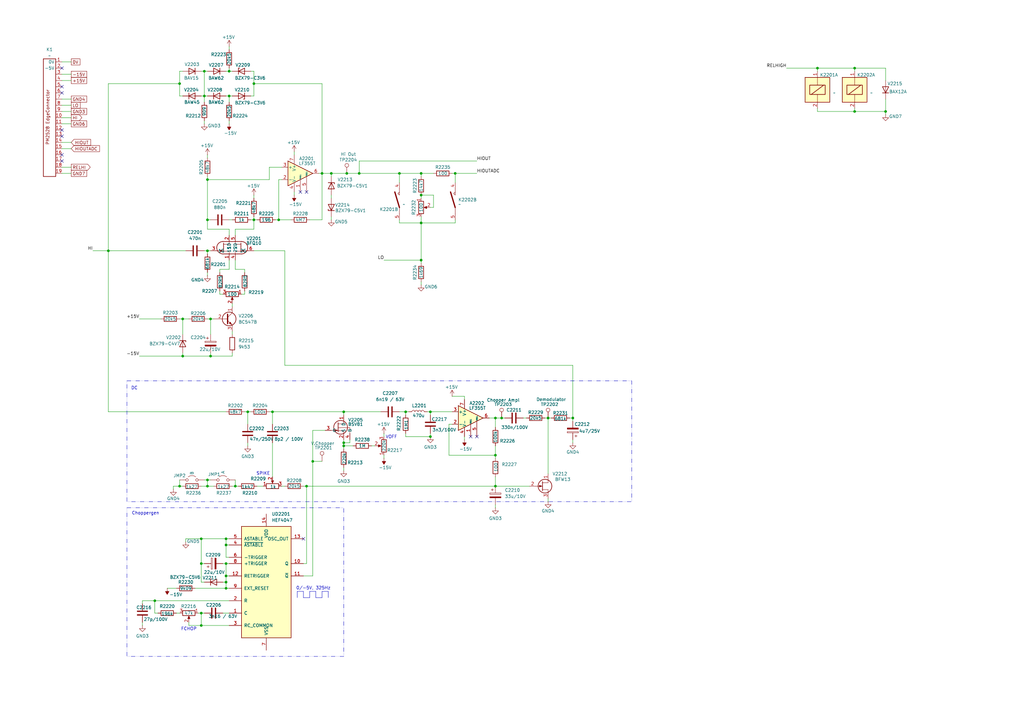
<source format=kicad_sch>
(kicad_sch (version 20231120) (generator "eeschema") (generator_version "8.0")
  (paper "A3")
  (title_block (title "N22 DC Amplifier | Main") (date "2024-09-13"))
  (junction (at 85.09 199.39))
  (junction (at 203.2 186.69))
  (junction (at 335.28 27.94))
  (junction (at 350.52 45.72))
  (junction (at 73.66 34.29))
  (junction (at 82.55 220.98))
  (junction (at 44.45 102.87))
  (junction (at 101.6 168.91))
  (junction (at 363.22 45.72))
  (junction (at 111.76 168.91))
  (junction (at 114.3 90.17))
  (junction (at 92.71 238.76))
  (junction (at 172.72 91.44))
  (junction (at 147.32 71.12))
  (junction (at 140.97 181.61))
  (junction (at 203.2 199.39))
  (junction (at 93.98 39.37))
  (junction (at 132.08 71.12))
  (junction (at 203.2 171.45))
  (junction (at 140.97 182.88))
  (junction (at 93.98 29.21))
  (junction (at 172.72 80.01))
  (junction (at 83.82 39.37))
  (junction (at 83.82 29.21))
  (junction (at 135.89 71.12))
  (junction (at 63.5 246.38))
  (junction (at 96.52 199.39))
  (junction (at 140.97 168.91))
  (junction (at 172.72 71.12))
  (junction (at 142.24 71.12))
  (junction (at 92.71 236.22))
  (junction (at 163.83 71.12))
  (junction (at 92.71 223.52))
  (junction (at 128.27 189.23))
  (junction (at 92.71 241.3))
  (junction (at 205.74 171.45))
  (junction (at 82.55 231.14))
  (junction (at 176.53 168.91))
  (junction (at 86.36 146.05))
  (junction (at 85.09 102.87))
  (junction (at 125.73 199.39))
  (junction (at 85.09 90.17))
  (junction (at 224.79 171.45))
  (junction (at 74.93 146.05))
  (junction (at 82.55 251.46))
  (junction (at 92.71 231.14))
  (junction (at 85.09 73.66))
  (junction (at 85.09 196.85))
  (junction (at 104.14 34.29))
  (junction (at 86.36 130.81))
  (junction (at 104.14 90.17))
  (junction (at 92.71 220.98))
  (junction (at 234.95 171.45))
  (junction (at 73.66 199.39))
  (junction (at 350.52 27.94))
  (junction (at 82.55 256.54))
  (junction (at 176.53 179.07))
  (junction (at 172.72 106.68))
  (junction (at 166.37 168.91))
  (junction (at 186.69 71.12))
  (junction (at 74.93 130.81))
  (no_connect (at 25.4 38.1))
  (no_connect (at 25.4 27.94))
  (no_connect (at 25.4 63.5))
  (no_connect (at 25.4 35.56))
  (no_connect (at 25.4 55.88))
  (no_connect (at 25.4 53.34))
  (no_connect (at 124.46 220.98))
  (no_connect (at 193.04 179.07))
  (no_connect (at 25.4 66.04))
  (no_connect (at 195.58 179.07))
  (no_connect (at 123.19 78.74))
  (no_connect (at 125.73 78.74))
  (wire (pts (xy 85.09 93.98) (xy 85.09 90.17)))
  (wire (pts (xy 93.98 39.37) (xy 93.98 41.91)))
  (wire (pts (xy 184.15 173.99) (xy 184.15 186.69)))
  (wire (pts (xy 93.98 106.68) (xy 93.98 110.49)))
  (wire (pts (xy 190.5 162.56) (xy 190.5 163.83)))
  (polyline (pts (xy 127 242.57) (xy 129.54 242.57)))
  (wire (pts (xy 83.82 29.21) (xy 85.09 29.21)))
  (wire (pts (xy 322.58 27.94) (xy 335.28 27.94)))
  (wire (pts (xy 95.25 144.78) (xy 95.25 146.05)))
  (wire (pts (xy 83.82 231.14) (xy 82.55 231.14)))
  (wire (pts (xy 86.36 196.85) (xy 85.09 196.85)))
  (wire (pts (xy 166.37 177.8) (xy 166.37 179.07)))
  (wire (pts (xy 74.93 137.16) (xy 74.93 130.81)))
  (wire (pts (xy 104.14 102.87) (xy 116.84 102.87)))
  (wire (pts (xy 214.63 171.45) (xy 215.9 171.45)))
  (wire (pts (xy 157.48 177.8) (xy 157.48 179.07)))
  (wire (pts (xy 110.49 168.91) (xy 111.76 168.91)))
  (wire (pts (xy 350.52 27.94) (xy 350.52 29.21)))
  (wire (pts (xy 93.98 256.54) (xy 82.55 256.54)))
  (wire (pts (xy 200.66 171.45) (xy 203.2 171.45)))
  (wire (pts (xy 58.42 246.38) (xy 63.5 246.38)))
  (wire (pts (xy 85.09 63.5) (xy 85.09 64.77)))
  (wire (pts (xy 114.3 90.17) (xy 119.38 90.17)))
  (wire (pts (xy 92.71 39.37) (xy 93.98 39.37)))
  (wire (pts (xy 140.97 180.34) (xy 140.97 181.61)))
  (wire (pts (xy 185.42 173.99) (xy 184.15 173.99)))
  (wire (pts (xy 172.72 91.44) (xy 163.83 91.44)))
  (wire (pts (xy 93.98 90.17) (xy 95.25 90.17)))
  (wire (pts (xy 63.5 251.46) (xy 63.5 246.38)))
  (polyline (pts (xy 134.62 242.57) (xy 134.62 245.11)))
  (wire (pts (xy 195.58 66.04) (xy 147.32 66.04)))
  (wire (pts (xy 140.97 191.77) (xy 140.97 193.04)))
  (wire (pts (xy 85.09 199.39) (xy 82.55 199.39)))
  (wire (pts (xy 132.08 71.12) (xy 130.81 71.12)))
  (polyline (pts (xy 121.92 242.57) (xy 124.46 242.57)))
  (wire (pts (xy 335.28 45.72) (xy 350.52 45.72)))
  (wire (pts (xy 111.76 173.99) (xy 111.76 168.91)))
  (wire (pts (xy 166.37 179.07) (xy 176.53 179.07)))
  (wire (pts (xy 115.57 68.58) (xy 110.49 68.58)))
  (wire (pts (xy 25.4 40.64) (xy 29.21 40.64)))
  (wire (pts (xy 116.84 149.86) (xy 234.95 149.86)))
  (wire (pts (xy 91.44 251.46) (xy 93.98 251.46)))
  (wire (pts (xy 76.2 220.98) (xy 82.55 220.98)))
  (wire (pts (xy 172.72 115.57) (xy 172.72 116.84)))
  (wire (pts (xy 176.53 85.09) (xy 177.8 85.09)))
  (wire (pts (xy 166.37 168.91) (xy 167.64 168.91)))
  (wire (pts (xy 83.82 238.76) (xy 82.55 238.76)))
  (wire (pts (xy 101.6 181.61) (xy 101.6 182.88)))
  (wire (pts (xy 90.17 119.38) (xy 90.17 120.65)))
  (wire (pts (xy 140.97 182.88) (xy 144.78 182.88)))
  (wire (pts (xy 185.42 71.12) (xy 186.69 71.12)))
  (wire (pts (xy 85.09 72.39) (xy 85.09 73.66)))
  (wire (pts (xy 85.09 90.17) (xy 86.36 90.17)))
  (wire (pts (xy 68.58 241.3) (xy 72.39 241.3)))
  (wire (pts (xy 166.37 170.18) (xy 166.37 168.91)))
  (wire (pts (xy 110.49 73.66) (xy 85.09 73.66)))
  (wire (pts (xy 152.4 182.88) (xy 153.67 182.88)))
  (wire (pts (xy 125.73 199.39) (xy 203.2 199.39)))
  (wire (pts (xy 92.71 223.52) (xy 92.71 228.6)))
  (wire (pts (xy 124.46 236.22) (xy 128.27 236.22)))
  (wire (pts (xy 73.66 39.37) (xy 74.93 39.37)))
  (wire (pts (xy 97.79 199.39) (xy 96.52 199.39)))
  (wire (pts (xy 25.4 50.8) (xy 29.21 50.8)))
  (wire (pts (xy 96.52 110.49) (xy 100.33 110.49)))
  (wire (pts (xy 132.08 90.17) (xy 132.08 71.12)))
  (wire (pts (xy 81.28 251.46) (xy 82.55 251.46)))
  (wire (pts (xy 82.55 29.21) (xy 83.82 29.21)))
  (wire (pts (xy 93.98 93.98) (xy 93.98 96.52)))
  (wire (pts (xy 93.98 220.98) (xy 92.71 220.98)))
  (wire (pts (xy 190.5 179.07) (xy 190.5 180.34)))
  (wire (pts (xy 25.4 43.18) (xy 29.21 43.18)))
  (wire (pts (xy 172.72 88.9) (xy 172.72 91.44)))
  (polyline (pts (xy 129.54 245.11) (xy 132.08 245.11)))
  (wire (pts (xy 102.87 29.21) (xy 104.14 29.21)))
  (wire (pts (xy 73.66 34.29) (xy 73.66 39.37)))
  (wire (pts (xy 38.1 102.87) (xy 44.45 102.87)))
  (wire (pts (xy 124.46 199.39) (xy 125.73 199.39)))
  (wire (pts (xy 82.55 39.37) (xy 83.82 39.37)))
  (wire (pts (xy 100.33 119.38) (xy 100.33 120.65)))
  (wire (pts (xy 93.98 19.05) (xy 93.98 20.32)))
  (wire (pts (xy 143.51 180.34) (xy 143.51 181.61)))
  (polyline (pts (xy 127 245.11) (xy 127 242.57)))
  (wire (pts (xy 57.15 130.81) (xy 66.04 130.81)))
  (wire (pts (xy 234.95 172.72) (xy 234.95 171.45)))
  (wire (pts (xy 116.84 102.87) (xy 116.84 149.86)))
  (wire (pts (xy 176.53 170.18) (xy 176.53 168.91)))
  (wire (pts (xy 186.69 71.12) (xy 186.69 74.93)))
  (wire (pts (xy 83.82 29.21) (xy 83.82 39.37)))
  (wire (pts (xy 135.89 71.12) (xy 132.08 71.12)))
  (wire (pts (xy 25.4 30.48) (xy 29.21 30.48)))
  (wire (pts (xy 92.71 238.76) (xy 92.71 241.3)))
  (wire (pts (xy 96.52 196.85) (xy 96.52 199.39)))
  (wire (pts (xy 102.87 168.91) (xy 101.6 168.91)))
  (wire (pts (xy 90.17 110.49) (xy 90.17 111.76)))
  (wire (pts (xy 96.52 93.98) (xy 104.14 93.98)))
  (wire (pts (xy 74.93 29.21) (xy 73.66 29.21)))
  (wire (pts (xy 105.41 199.39) (xy 107.95 199.39)))
  (wire (pts (xy 115.57 199.39) (xy 116.84 199.39)))
  (wire (pts (xy 85.09 102.87) (xy 85.09 104.14)))
  (wire (pts (xy 147.32 71.12) (xy 163.83 71.12)))
  (wire (pts (xy 102.87 39.37) (xy 104.14 39.37)))
  (wire (pts (xy 125.73 199.39) (xy 125.73 231.14)))
  (wire (pts (xy 111.76 195.58) (xy 111.76 181.61)))
  (wire (pts (xy 44.45 102.87) (xy 44.45 168.91)))
  (wire (pts (xy 92.71 29.21) (xy 93.98 29.21)))
  (wire (pts (xy 83.82 102.87) (xy 85.09 102.87)))
  (wire (pts (xy 110.49 68.58) (xy 110.49 73.66)))
  (wire (pts (xy 104.14 90.17) (xy 105.41 90.17)))
  (wire (pts (xy 203.2 182.88) (xy 203.2 186.69)))
  (wire (pts (xy 77.47 256.54) (xy 77.47 255.27)))
  (wire (pts (xy 203.2 171.45) (xy 205.74 171.45)))
  (wire (pts (xy 95.25 135.89) (xy 95.25 137.16)))
  (wire (pts (xy 74.93 144.78) (xy 74.93 146.05)))
  (wire (pts (xy 25.4 71.12) (xy 29.21 71.12)))
  (wire (pts (xy 104.14 34.29) (xy 104.14 29.21)))
  (wire (pts (xy 91.44 231.14) (xy 92.71 231.14)))
  (wire (pts (xy 25.4 68.58) (xy 29.21 68.58)))
  (wire (pts (xy 93.98 27.94) (xy 93.98 29.21)))
  (wire (pts (xy 90.17 120.65) (xy 91.44 120.65)))
  (wire (pts (xy 128.27 189.23) (xy 128.27 176.53)))
  (wire (pts (xy 63.5 246.38) (xy 93.98 246.38)))
  (wire (pts (xy 127 90.17) (xy 132.08 90.17)))
  (polyline (pts (xy 129.54 242.57) (xy 129.54 245.11)))
  (wire (pts (xy 172.72 71.12) (xy 172.72 72.39)))
  (wire (pts (xy 93.98 49.53) (xy 93.98 50.8)))
  (polyline (pts (xy 132.08 242.57) (xy 134.62 242.57)))
  (wire (pts (xy 135.89 80.01) (xy 135.89 81.28)))
  (wire (pts (xy 172.72 71.12) (xy 177.8 71.12)))
  (wire (pts (xy 111.76 168.91) (xy 140.97 168.91)))
  (wire (pts (xy 85.09 113.03) (xy 85.09 111.76)))
  (wire (pts (xy 76.2 222.25) (xy 76.2 220.98)))
  (wire (pts (xy 186.69 91.44) (xy 172.72 91.44)))
  (wire (pts (xy 186.69 90.17) (xy 186.69 91.44)))
  (wire (pts (xy 104.14 93.98) (xy 104.14 90.17)))
  (wire (pts (xy 93.98 223.52) (xy 92.71 223.52)))
  (wire (pts (xy 140.97 170.18) (xy 140.97 168.91)))
  (wire (pts (xy 25.4 48.26) (xy 29.21 48.26)))
  (wire (pts (xy 163.83 71.12) (xy 163.83 74.93)))
  (wire (pts (xy 132.08 71.12) (xy 132.08 34.29)))
  (wire (pts (xy 172.72 106.68) (xy 172.72 107.95)))
  (wire (pts (xy 114.3 73.66) (xy 114.3 90.17)))
  (wire (pts (xy 172.72 80.01) (xy 172.72 81.28)))
  (wire (pts (xy 135.89 88.9) (xy 135.89 90.17)))
  (wire (pts (xy 140.97 184.15) (xy 140.97 182.88)))
  (wire (pts (xy 223.52 171.45) (xy 224.79 171.45)))
  (wire (pts (xy 135.89 71.12) (xy 142.24 71.12)))
  (wire (pts (xy 91.44 238.76) (xy 92.71 238.76)))
  (wire (pts (xy 92.71 231.14) (xy 92.71 236.22)))
  (wire (pts (xy 132.08 34.29) (xy 104.14 34.29)))
  (wire (pts (xy 104.14 80.01) (xy 104.14 81.28)))
  (wire (pts (xy 80.01 241.3) (xy 92.71 241.3)))
  (wire (pts (xy 163.83 90.17) (xy 163.83 91.44)))
  (wire (pts (xy 104.14 88.9) (xy 104.14 90.17)))
  (wire (pts (xy 177.8 80.01) (xy 172.72 80.01)))
  (wire (pts (xy 157.48 186.69) (xy 157.48 187.96)))
  (polyline (pts (xy 121.92 245.11) (xy 121.92 242.57)))
  (polyline (pts (xy 124.46 245.11) (xy 127 245.11)))
  (wire (pts (xy 92.71 236.22) (xy 93.98 236.22)))
  (wire (pts (xy 177.8 85.09) (xy 177.8 80.01)))
  (wire (pts (xy 92.71 220.98) (xy 92.71 223.52)))
  (wire (pts (xy 73.66 196.85) (xy 73.66 199.39)))
  (wire (pts (xy 115.57 73.66) (xy 114.3 73.66)))
  (wire (pts (xy 140.97 168.91) (xy 156.21 168.91)))
  (wire (pts (xy 350.52 44.45) (xy 350.52 45.72)))
  (wire (pts (xy 73.66 199.39) (xy 71.12 199.39)))
  (wire (pts (xy 335.28 44.45) (xy 335.28 45.72)))
  (wire (pts (xy 224.79 204.47) (xy 224.79 205.74)))
  (wire (pts (xy 101.6 168.91) (xy 101.6 173.99)))
  (wire (pts (xy 143.51 181.61) (xy 140.97 181.61)))
  (wire (pts (xy 71.12 199.39) (xy 71.12 200.66)))
  (wire (pts (xy 92.71 236.22) (xy 92.71 238.76)))
  (wire (pts (xy 140.97 181.61) (xy 140.97 182.88)))
  (wire (pts (xy 135.89 72.39) (xy 135.89 71.12)))
  (wire (pts (xy 224.79 171.45) (xy 224.79 194.31)))
  (wire (pts (xy 82.55 220.98) (xy 92.71 220.98)))
  (wire (pts (xy 128.27 189.23) (xy 132.08 189.23)))
  (wire (pts (xy 96.52 199.39) (xy 95.25 199.39)))
  (wire (pts (xy 96.52 106.68) (xy 96.52 110.49)))
  (wire (pts (xy 92.71 228.6) (xy 93.98 228.6)))
  (wire (pts (xy 335.28 27.94) (xy 350.52 27.94)))
  (wire (pts (xy 25.4 45.72) (xy 29.21 45.72)))
  (wire (pts (xy 234.95 180.34) (xy 234.95 181.61)))
  (wire (pts (xy 335.28 29.21) (xy 335.28 27.94)))
  (wire (pts (xy 82.55 231.14) (xy 82.55 220.98)))
  (wire (pts (xy 104.14 90.17) (xy 102.87 90.17)))
  (wire (pts (xy 73.66 29.21) (xy 73.66 34.29)))
  (wire (pts (xy 120.65 78.74) (xy 120.65 80.01)))
  (wire (pts (xy 93.98 29.21) (xy 95.25 29.21)))
  (wire (pts (xy 87.63 199.39) (xy 85.09 199.39)))
  (wire (pts (xy 85.09 102.87) (xy 86.36 102.87)))
  (wire (pts (xy 363.22 40.64) (xy 363.22 45.72)))
  (wire (pts (xy 82.55 251.46) (xy 83.82 251.46)))
  (wire (pts (xy 363.22 27.94) (xy 363.22 33.02)))
  (polyline (pts (xy 132.08 245.11) (xy 132.08 242.57)))
  (wire (pts (xy 83.82 39.37) (xy 85.09 39.37)))
  (wire (pts (xy 203.2 195.58) (xy 203.2 199.39)))
  (wire (pts (xy 205.74 171.45) (xy 207.01 171.45)))
  (wire (pts (xy 44.45 168.91) (xy 92.71 168.91)))
  (wire (pts (xy 58.42 246.38) (xy 58.42 247.65)))
  (wire (pts (xy 175.26 168.91) (xy 176.53 168.91)))
  (wire (pts (xy 25.4 33.02) (xy 29.21 33.02)))
  (wire (pts (xy 142.24 71.12) (xy 147.32 71.12)))
  (polyline (pts (xy 124.46 242.57) (xy 124.46 245.11)))
  (wire (pts (xy 25.4 25.4) (xy 29.21 25.4)))
  (wire (pts (xy 163.83 71.12) (xy 172.72 71.12)))
  (wire (pts (xy 190.5 162.56) (xy 185.42 162.56)))
  (wire (pts (xy 120.65 62.23) (xy 120.65 63.5)))
  (wire (pts (xy 95.25 146.05) (xy 86.36 146.05)))
  (wire (pts (xy 86.36 137.16) (xy 86.36 130.81)))
  (wire (pts (xy 76.2 102.87) (xy 44.45 102.87)))
  (wire (pts (xy 104.14 39.37) (xy 104.14 34.29)))
  (wire (pts (xy 74.93 199.39) (xy 73.66 199.39)))
  (wire (pts (xy 86.36 146.05) (xy 86.36 144.78)))
  (wire (pts (xy 44.45 34.29) (xy 44.45 102.87)))
  (wire (pts (xy 350.52 27.94) (xy 363.22 27.94)))
  (wire (pts (xy 85.09 196.85) (xy 85.09 199.39)))
  (wire (pts (xy 93.98 110.49) (xy 90.17 110.49)))
  (wire (pts (xy 186.69 71.12) (xy 195.58 71.12)))
  (wire (pts (xy 234.95 149.86) (xy 234.95 171.45)))
  (wire (pts (xy 96.52 96.52) (xy 96.52 93.98)))
  (wire (pts (xy 203.2 175.26) (xy 203.2 171.45)))
  (wire (pts (xy 100.33 168.91) (xy 101.6 168.91)))
  (wire (pts (xy 57.15 146.05) (xy 74.93 146.05)))
  (wire (pts (xy 176.53 177.8) (xy 176.53 179.07)))
  (wire (pts (xy 100.33 110.49) (xy 100.33 111.76)))
  (wire (pts (xy 184.15 186.69) (xy 203.2 186.69)))
  (wire (pts (xy 172.72 91.44) (xy 172.72 106.68)))
  (wire (pts (xy 64.77 251.46) (xy 63.5 251.46)))
  (wire (pts (xy 157.48 106.68) (xy 172.72 106.68)))
  (wire (pts (xy 74.93 130.81) (xy 77.47 130.81)))
  (wire (pts (xy 350.52 45.72) (xy 363.22 45.72)))
  (wire (pts (xy 203.2 186.69) (xy 203.2 187.96)))
  (wire (pts (xy 113.03 90.17) (xy 114.3 90.17)))
  (wire (pts (xy 95.25 124.46) (xy 95.25 125.73)))
  (wire (pts (xy 73.66 130.81) (xy 74.93 130.81)))
  (wire (pts (xy 85.09 196.85) (xy 83.82 196.85)))
  (wire (pts (xy 93.98 231.14) (xy 92.71 231.14)))
  (wire (pts (xy 25.4 58.42) (xy 29.21 58.42)))
  (wire (pts (xy 82.55 251.46) (xy 82.55 256.54)))
  (wire (pts (xy 93.98 39.37) (xy 95.25 39.37)))
  (wire (pts (xy 25.4 60.96) (xy 29.21 60.96)))
  (wire (pts (xy 176.53 168.91) (xy 185.42 168.91)))
  (wire (pts (xy 93.98 93.98) (xy 85.09 93.98)))
  (wire (pts (xy 124.46 231.14) (xy 125.73 231.14)))
  (wire (pts (xy 85.09 73.66) (xy 85.09 90.17)))
  (wire (pts (xy 203.2 207.01) (xy 203.2 208.28)))
  (wire (pts (xy 72.39 251.46) (xy 73.66 251.46)))
  (wire (pts (xy 128.27 176.53) (xy 133.35 176.53)))
  (wire (pts (xy 234.95 171.45) (xy 233.68 171.45)))
  (wire (pts (xy 224.79 171.45) (xy 226.06 171.45)))
  (wire (pts (xy 85.09 130.81) (xy 86.36 130.81)))
  (wire (pts (xy 83.82 49.53) (xy 83.82 50.8)))
  (wire (pts (xy 82.55 238.76) (xy 82.55 231.14)))
  (wire (pts (xy 128.27 236.22) (xy 128.27 189.23)))
  (wire (pts (xy 163.83 168.91) (xy 166.37 168.91)))
  (wire (pts (xy 92.71 241.3) (xy 93.98 241.3)))
  (wire (pts (xy 363.22 45.72) (xy 363.22 46.99)))
  (wire (pts (xy 203.2 199.39) (xy 217.17 199.39)))
  (wire (pts (xy 77.47 256.54) (xy 82.55 256.54)))
  (wire (pts (xy 58.42 255.27) (xy 58.42 256.54)))
  (wire (pts (xy 86.36 130.81) (xy 87.63 130.81)))
  (wire (pts (xy 147.32 66.04) (xy 147.32 71.12)))
  (wire (pts (xy 100.33 120.65) (xy 99.06 120.65)))
  (wire (pts (xy 74.93 146.05) (xy 86.36 146.05)))
  (wire (pts (xy 73.66 34.29) (xy 44.45 34.29)))
  (wire (pts (xy 83.82 39.37) (xy 83.82 41.91)))
  (rectangle (start 52.07 156.21) (end 259.08 205.74) (stroke (width 0) (type dash_dot_dot)))
  (rectangle (start 52.07 208.28) (end 140.97 269.24) (stroke (width 0) (type dash_dot_dot)))
  (text "FCHOP" (at 77.47 258.064 0) (effects (font (size 1.27 1.27))))
  (text "SPIKE" (at 107.95 194.31 0) (effects (font (size 1.27 1.27))))
  (text "DC" (at 55.118 159.258 0) (effects (font (size 1.27 1.27))))
  (text "VOFF" (at 160.528 179.324 0) (effects (font (size 1.27 1.27))))
  (text "Choppergen" (at 59.69 210.566 0) (effects (font (size 1.27 1.27))))
  (text "0/-5V, 325Hz" (at 128.524 241.3 0) (effects (font (size 1.27 1.27))))
  (label "HI" (at 38.1 102.87 180))
  (label "RELHIGH" (at 322.58 27.94 180))
  (label "+15V" (at 57.15 130.81 180))
  (label "HIOUT" (at 195.58 66.04 0))
  (label "LO" (at 157.48 106.68 180))
  (label "-15V" (at 57.15 146.05 180))
  (label "HIOUTADC" (at 195.58 71.12 0))
  (global_label "HIOUTADC" (shape input) (at 29.21 60.96 0) (property "Intersheetrefs" "${INTERSHEET_REFS}" (effects (hide yes))))
  (global_label "-15V" (shape passive) (at 29.21 30.48 0) (property "Intersheetrefs" "${INTERSHEET_REFS}" (effects (hide yes))))
  (global_label "LO" (shape passive) (at 29.21 43.18 0) (property "Intersheetrefs" "${INTERSHEET_REFS}" (effects (hide yes))))
  (global_label "GND6" (shape passive) (at 29.21 50.8 0) (property "Intersheetrefs" "${INTERSHEET_REFS}" (effects (hide yes))))
  (global_label "GND7" (shape passive) (at 29.21 71.12 0) (property "Intersheetrefs" "${INTERSHEET_REFS}" (effects (hide yes))))
  (global_label "RELHI" (shape output) (at 29.21 68.58 0) (property "Intersheetrefs" "${INTERSHEET_REFS}" (effects (hide yes))))
  (global_label "GND4" (shape passive) (at 29.21 40.64 0) (property "Intersheetrefs" "${INTERSHEET_REFS}" (effects (hide yes))))
  (global_label "+15V" (shape passive) (at 29.21 33.02 0) (property "Intersheetrefs" "${INTERSHEET_REFS}" (effects (hide yes))))
  (global_label "GND3" (shape passive) (at 29.21 45.72 0) (property "Intersheetrefs" "${INTERSHEET_REFS}" (effects (hide yes))))
  (global_label "HI" (shape output) (at 29.21 48.26 0) (property "Intersheetrefs" "${INTERSHEET_REFS}" (effects (hide yes))))
  (global_label "0V" (shape passive) (at 29.21 25.4 0) (property "Intersheetrefs" "${INTERSHEET_REFS}" (effects (hide yes))))
  (global_label "HIOUT" (shape input) (at 29.21 58.42 0) (property "Intersheetrefs" "${INTERSHEET_REFS}" (effects (hide yes))))
  (symbol (lib_id "power:GND3") (at 76.2 222.25 0) (unit 1)
    (property "Reference" "#PWR01" (effects (hide yes)))
    (property "Value" "GND5" (at 79.248 221.996 0))
    (property "Description" "Power symbol creates a global label with name \"GND3\" , ground" (effects (hide yes)))
  )
  (symbol (lib_id "Device:C") (at 101.6 177.8 180) (unit 1)
    (property "Reference" "C2202" (at 102.108 175.768 0) (effects (justify right)))
    (property "Value" "47n/250V" (at 102.362 180.086 0) (effects (justify right)))
    (property "Description" "Unpolarized capacitor" (effects (hide yes)))
  )
  (symbol (lib_id "Device:R") (at 203.2 179.07 0) (unit 1)
    (property "Reference" "R2226" (at 204.978 180.848 0) (effects (justify left)))
    (property "Value" "100k" (at 203.2 181.61 90) (effects (justify left)))
    (property "Description" "Resistor" (effects (hide yes)))
  )
  (symbol (lib_id "power:+15V") (at 93.98 19.05 0) (unit 1)
    (property "Reference" "#PWR029" (effects (hide yes)))
    (property "Value" "+15V" (at 93.726 15.24 0))
    (property "Description" "Power symbol creates a global label with name \"+15V\"" (effects (hide yes)))
  )
  (symbol (lib_id "power:GND3") (at 85.09 113.03 0) (unit 1)
    (property "Reference" "#PWR023" (effects (hide yes)))
    (property "Value" "GND4" (at 81.026 114.808 0))
    (property "Description" "Power symbol creates a global label with name \"GND3\" , ground" (effects (hide yes)))
  )
  (symbol (lib_id "power:-15V") (at 120.65 80.01 180) (unit 1)
    (property "Reference" "#PWR027" (effects (hide yes)))
    (property "Value" "-15V" (at 121.158 83.82 0))
    (property "Description" "Power symbol creates a global label with name \"-15V\"" (effects (hide yes)))
  )
  (symbol (lib_id "Device:C") (at 87.63 251.46 90) (unit 1)
    (property "Reference" "C2206" (at 87.63 248.158 90))
    (property "Value" "3n16 / 63V" (at 91.44 252.73 90))
    (property "Description" "Unpolarized capacitor" (effects (hide yes)))
  )
  (symbol (lib_id "power:+15V") (at 104.14 80.01 0) (unit 1)
    (property "Reference" "#PWR025" (effects (hide yes)))
    (property "Value" "+15V" (at 103.886 76.2 0))
    (property "Description" "Power symbol creates a global label with name \"+15V\"" (effects (hide yes)))
  )
  (symbol (lib_id "power:GND3") (at 58.42 256.54 0) (unit 1)
    (property "Reference" "#PWR02" (effects (hide yes)))
    (property "Value" "GND3" (at 58.42 260.858 0))
    (property "Description" "Power symbol creates a global label with name \"GND3\" , ground" (effects (hide yes)))
  )
  (symbol (lib_id "Device:R") (at 123.19 90.17 90) (unit 1)
    (property "Reference" "R2228" (at 123.19 87.63 90))
    (property "Value" "4M7" (at 123.19 90.17 90))
    (property "Description" "Resistor" (effects (hide yes)))
  )
  (symbol (lib_id "Amplifier_Operational:LF355") (at 123.19 71.12 0) (unit 1)
    (property "Reference" "A2201" (at 125.73 65.024 0))
    (property "Value" "LF355T" (at 125.984 67.056 0))
    (property "Datasheet" "http://www.ti.com/lit/ds/symlink/lf357.pdf" (effects (hide yes)))
    (property "Description" "Single JFET Input Operational Amplifiers, DIP-8/SOIC-8" (effects (hide yes)))
  )
  (symbol (lib_id "Device:D_Zener") (at 74.93 140.97 270) (unit 1)
    (property "Reference" "V2202" (at 68.072 138.43 90) (effects (justify left)))
    (property "Value" "BZX79-C4V7" (at 61.214 140.97 90) (effects (justify left)))
    (property "Description" "Zener diode" (effects (hide yes)))
  )
  (symbol (lib_id "Device:R") (at 83.82 45.72 180) (unit 1)
    (property "Reference" "R2212" (at 79.248 47.498 0))
    (property "Value" "909" (at 83.82 45.72 90))
    (property "Description" "Resistor" (effects (hide yes)))
  )
  (symbol (lib_id "Device:R") (at 100.33 115.57 0) (unit 1)
    (property "Reference" "R2219" (at 101.854 119.888 0) (effects (justify left)))
    (property "Value" "82R5" (at 100.584 117.856 90) (effects (justify left)))
    (property "Description" "Resistor" (effects (hide yes)))
  )
  (symbol (lib_id "Device:R") (at 69.85 130.81 90) (unit 1)
    (property "Reference" "R2203" (at 69.85 128.27 90))
    (property "Value" "20k5" (at 69.85 130.81 90))
    (property "Description" "Resistor" (effects (hide yes)))
  )
  (symbol (lib_id "Amplifier_Operational:LF355") (at 193.04 171.45 0) (unit 1)
    (property "Reference" "A2202" (at 195.58 165.354 0))
    (property "Value" "LF355T" (at 195.834 167.386 0))
    (property "Datasheet" "http://www.ti.com/lit/ds/symlink/lf357.pdf" (effects (hide yes)))
    (property "Description" "Single JFET Input Operational Amplifiers, DIP-8/SOIC-8" (effects (hide yes)))
  )
  (symbol (lib_id "Device:D_Zener") (at 135.89 85.09 90) (unit 1)
    (property "Reference" "V2214" (at 143.51 84.074 90) (effects (justify left)))
    (property "Value" "BZX79-C5V1" (at 150.114 86.36 90) (effects (justify left)))
    (property "Description" "Zener diode" (effects (hide yes)))
  )
  (symbol (lib_id "Connector:TestPoint") (at 142.24 71.12 0) (unit 1)
    (property "Reference" "TP2204" (at 139.192 65.532 0) (effects (justify left)))
    (property "Value" "Hi Out" (at 139.7 63.246 0) (effects (justify left)))
    (property "Description" "test point" (effects (hide yes)))
  )
  (symbol (lib_id "Device:R") (at 166.37 173.99 0) (unit 1)
    (property "Reference" "R2222" (at 163.576 176.784 90) (effects (justify left)))
    (property "Value" "1M1" (at 166.624 176.276 90) (effects (justify left)))
    (property "Description" "Resistor" (effects (hide yes)))
  )
  (symbol (lib_id "power:GND3") (at 83.82 50.8 0) (unit 1)
    (property "Reference" "#PWR031" (effects (hide yes)))
    (property "Value" "GND3" (at 87.884 51.562 0))
    (property "Description" "Power symbol creates a global label with name \"GND3\" , ground" (effects (hide yes)))
  )
  (symbol (lib_id "PM2528:FET_Dual") (at 95.25 101.6 0) (unit 1)
    (property "Reference" "V2201" (at 104.14 97.8214 0))
    (property "Value" "BFQ10" (at 104.14 99.7265 0))
  )
  (symbol (lib_id "Device:R") (at 68.58 251.46 90) (unit 1)
    (property "Reference" "R2220" (at 68.58 248.666 90))
    (property "Value" "196k" (at 68.58 251.714 90))
    (property "Description" "Resistor" (effects (hide yes)))
  )
  (symbol (lib_id "Device:R") (at 90.17 115.57 0) (unit 1)
    (property "Reference" "R2207" (at 82.804 119.38 0) (effects (justify left)))
    (property "Value" "82R5" (at 90.424 118.11 90) (effects (justify left)))
    (property "Description" "Resistor" (effects (hide yes)))
  )
  (symbol (lib_id "Device:R") (at 76.2 241.3 90) (unit 1)
    (property "Reference" "R2230" (at 76.2 238.76 90))
    (property "Value" "9k09" (at 76.2 241.3 90))
    (property "Description" "Resistor" (effects (hide yes)))
  )
  (symbol (lib_id "Device:C") (at 90.17 90.17 90) (unit 1)
    (property "Reference" "C2205" (at 90.17 82.55 90))
    (property "Value" "880n" (at 90.17 85.09 90))
    (property "Description" "Unpolarized capacitor" (effects (hide yes)))
  )
  (symbol (lib_id "Device:R") (at 203.2 191.77 0) (unit 1)
    (property "Reference" "R2227" (at 205.74 190.4999 0) (effects (justify left)))
    (property "Value" "100" (at 203.454 193.548 90) (effects (justify left)))
    (property "Description" "Resistor" (effects (hide yes)))
  )
  (symbol (lib_id "Device:R") (at 106.68 168.91 90) (unit 1)
    (property "Reference" "R2204" (at 106.68 166.37 90))
    (property "Value" "100k" (at 106.68 168.91 90))
    (property "Description" "Resistor" (effects (hide yes)))
  )
  (symbol (lib_id "Device:R") (at 229.87 171.45 90) (unit 1)
    (property "Reference" "R2231" (at 229.87 169.418 90))
    (property "Value" "681k" (at 229.87 171.704 90))
    (property "Description" "Resistor" (effects (hide yes)))
  )
  (symbol (lib_id "Device:R_Potentiometer") (at 157.48 182.88 180) (unit 1)
    (property "Reference" "R2217" (at 158.75 184.658 0) (effects (justify right)))
    (property "Value" "220k" (at 157.48 185.166 90) (effects (justify right)))
    (property "Description" "Potentiometer" (effects (hide yes)))
  )
  (symbol (lib_id "power:-15V") (at 190.5 180.34 180) (unit 1)
    (property "Reference" "#PWR015" (effects (hide yes)))
    (property "Value" "-15V" (at 191.008 184.15 0))
    (property "Description" "Power symbol creates a global label with name \"-15V\"" (effects (hide yes)))
  )
  (symbol (lib_id "Device:C") (at 80.01 102.87 90) (unit 1)
    (property "Reference" "C2201" (at 80.01 95.25 90))
    (property "Value" "470n" (at 80.01 97.79 90))
    (property "Description" "Unpolarized capacitor" (effects (hide yes)))
  )
  (symbol (lib_id "Device:R") (at 120.65 199.39 90) (unit 1)
    (property "Reference" "R2208" (at 120.65 197.104 90))
    (property "Value" "20k5" (at 120.65 199.39 90))
    (property "Description" "Resistor" (effects (hide yes)))
  )
  (symbol (lib_id "power:-15V") (at 68.58 241.3 180) (unit 1)
    (property "Reference" "#PWR04" (effects (hide yes)))
    (property "Value" "-15V" (at 72.136 243.84 0))
    (property "Description" "Power symbol creates a global label with name \"-15V\"" (effects (hide yes)))
  )
  (symbol (lib_id "Device:C") (at 160.02 168.91 90) (unit 1)
    (property "Reference" "C2207" (at 160.02 161.29 90))
    (property "Value" "6n19 / 63V" (at 160.02 163.83 90))
    (property "Description" "Unpolarized capacitor" (effects (hide yes)))
  )
  (symbol (lib_id "Jumper:Jumper_2_Open") (at 91.44 196.85 0) (unit 1) (exclude_from_sim yes)
    (property "Reference" "JMP1" (at 90.424 194.564 0) (effects (justify right)))
    (property "Value" "A" (at 91.44 193.04 90) (effects (justify right)))
    (property "Description" "Jumper, 2-pole, open" (effects (hide yes)))
  )
  (symbol (lib_id "PM2528:RelaisSingleSplit") (at 337.82 39.37 0) (unit 1)
    (property "Reference" "K2201" (at 336.296 30.734 0) (effects (justify left)))
    (property "Value" "~" (at 341.63 38.1 0) (effects (justify left)))
  )
  (symbol (lib_id "PM2528:RelaisSingleSplit") (at 353.06 39.37 0) (unit 1)
    (property "Reference" "K2202" (at 351.536 30.734 0) (effects (justify left)))
    (property "Value" "~" (at 356.87 38.1 0) (effects (justify left)))
  )
  (symbol (lib_id "power:GND3") (at 71.12 200.66 0) (unit 1)
    (property "Reference" "#PWR03" (effects (hide yes)))
    (property "Value" "GND4" (at 71.12 204.47 0))
    (property "Description" "Power symbol creates a global label with name \"GND3\" , ground" (effects (hide yes)))
  )
  (symbol (lib_id "4xxx:4047") (at 109.22 238.76 0) (unit 1)
    (property "Reference" "UD2201" (at 111.4141 210.82 0) (effects (justify left)))
    (property "Value" "HEF4047" (at 111.4141 213.36 0) (effects (justify left)))
    (property "Datasheet" "https://www.ti.com/lit/ds/symlink/cd4047b.pdf" (effects (hide yes)))
    (property "Description" "Monostable/Astable Multivibrator" (effects (hide yes)))
  )
  (symbol (lib_id "Device:D_Zener") (at 99.06 29.21 0) (unit 1)
    (property "Reference" "V2209" (at 96.52 26.67 0) (effects (justify left)))
    (property "Value" "BZX79-C3V6" (at 96.266 32.004 0) (effects (justify left)))
    (property "Description" "Zener diode" (effects (hide yes)))
  )
  (symbol (lib_id "power:GND3") (at 363.22 46.99 0) (unit 1)
    (property "Reference" "#PWR032" (effects (hide yes)))
    (property "Value" "GND7" (at 367.284 47.752 0))
    (property "Description" "Power symbol creates a global label with name \"GND3\" , ground" (effects (hide yes)))
  )
  (symbol (lib_id "Device:R") (at 85.09 68.58 180) (unit 1)
    (property "Reference" "R2205" (at 82.55 68.58 90))
    (property "Value" "48k7" (at 85.09 68.58 90))
    (property "Description" "Resistor" (effects (hide yes)))
  )
  (symbol (lib_id "Diode:BAW75") (at 78.74 29.21 180) (unit 1)
    (property "Reference" "V2203" (at 78.74 26.416 0))
    (property "Value" "BAV15" (at 78.486 32.004 0))
    (property "Footprint" "Diode_THT:D_DO-35_SOD27_P7.62mm_Horizontal" (effects (hide yes)))
    (property "Sim.Device" "D" (effects (hide yes)))
    (property "Sim.Pins" "1=K 2=A" (effects (hide yes)))
  )
  (symbol (lib_id "Device:R") (at 93.98 45.72 180) (unit 1)
    (property "Reference" "R2224" (at 98.552 47.498 0))
    (property "Value" "20k5" (at 93.98 45.72 90))
    (property "Description" "Resistor" (effects (hide yes)))
  )
  (symbol (lib_id "Connector:TestPoint") (at 205.74 171.45 0) (unit 1)
    (property "Reference" "TP2203" (at 202.692 165.862 0) (effects (justify left)))
    (property "Value" "Chopper Ampl" (at 199.644 164.084 0) (effects (justify left)))
    (property "Description" "test point" (effects (hide yes)))
  )
  (symbol (lib_id "power:GND3") (at 203.2 208.28 0) (unit 1)
    (property "Reference" "#PWR05" (effects (hide yes)))
    (property "Value" "GND3" (at 203.2 212.598 0))
    (property "Description" "Power symbol creates a global label with name \"GND3\" , ground" (effects (hide yes)))
  )
  (symbol (lib_id "Device:C_Polarized") (at 234.95 176.53 180) (unit 1)
    (property "Reference" "C2212" (at 238.76 173.99 0))
    (property "Value" "4u7/25V" (at 241.808 176.784 0))
    (property "Description" "Polarized capacitor" (effects (hide yes)))
  )
  (symbol (lib_id "power:GND3") (at 234.95 181.61 0) (unit 1)
    (property "Reference" "#PWR016" (effects (hide yes)))
    (property "Value" "GND4" (at 234.95 185.42 0))
    (property "Description" "Power symbol creates a global label with name \"GND3\" , ground" (effects (hide yes)))
  )
  (symbol (lib_id "Device:R") (at 99.06 90.17 90) (unit 1)
    (property "Reference" "R2211" (at 99.06 87.63 90))
    (property "Value" "1k" (at 99.06 90.17 90))
    (property "Description" "Resistor" (effects (hide yes)))
  )
  (symbol (lib_id "Device:C") (at 176.53 173.99 180) (unit 1)
    (property "Reference" "C2217" (at 177.038 171.958 0) (effects (justify right)))
    (property "Value" "3n3/100V" (at 177.292 176.276 0) (effects (justify right)))
    (property "Description" "Unpolarized capacitor" (effects (hide yes)))
  )
  (symbol (lib_id "Connector:TestPoint") (at 132.08 189.23 0) (unit 1)
    (property "Reference" "TP2201" (at 129.032 183.642 0) (effects (justify left)))
    (property "Value" "V.Chopper" (at 127.508 181.864 0) (effects (justify left)))
    (property "Description" "test point" (effects (hide yes)))
  )
  (symbol (lib_id "Device:R") (at 109.22 90.17 90) (unit 1)
    (property "Reference" "R2225" (at 109.22 87.63 90))
    (property "Value" "196" (at 109.22 90.17 90))
    (property "Description" "Resistor" (effects (hide yes)))
  )
  (symbol (lib_id "Device:C_Polarized") (at 203.2 203.2 0) (unit 1)
    (property "Reference" "C2210" (at 207.01 201.0409 0) (effects (justify left)))
    (property "Value" "33u/10V" (at 207.01 203.5809 0) (effects (justify left)))
    (property "Description" "Polarized capacitor" (effects (hide yes)))
  )
  (symbol (lib_id "Device:R") (at 96.52 168.91 90) (unit 1)
    (property "Reference" "R2202" (at 96.52 166.37 90))
    (property "Value" "48k7" (at 96.52 168.91 90))
    (property "Description" "Resistor" (effects (hide yes)))
  )
  (symbol (lib_name "RelaisSingleSplit_2") (lib_id "PM2528:RelaisSingleSplit") (at 186.69 82.55 0) (unit 2)
    (property "Reference" "K2202" (at 187.96 81.9149 0) (effects (justify left)))
    (property "Value" "~" (at 187.96 83.82 0) (effects (justify left)))
  )
  (symbol (lib_id "Device:R") (at 101.6 199.39 270) (unit 1)
    (property "Reference" "R2210" (at 99.314 202.184 90) (effects (justify left)))
    (property "Value" "1k47" (at 99.06 199.644 90) (effects (justify left)))
    (property "Description" "Resistor" (effects (hide yes)))
  )
  (symbol (lib_id "Device:C") (at 111.76 177.8 180) (unit 1)
    (property "Reference" "C2203" (at 112.268 175.768 0) (effects (justify right)))
    (property "Value" "8p2 / 100V" (at 112.522 180.086 0) (effects (justify right)))
    (property "Description" "Unpolarized capacitor" (effects (hide yes)))
  )
  (symbol (lib_id "Device:R") (at 172.72 76.2 180) (unit 1)
    (property "Reference" "R2223" (at 170.18 76.2 90))
    (property "Value" "14k7" (at 172.72 76.2 90))
    (property "Description" "Resistor" (effects (hide yes)))
  )
  (symbol (lib_id "Device:C") (at 58.42 251.46 180) (unit 1)
    (property "Reference" "C2216" (at 55.88 249.174 0) (effects (justify right)))
    (property "Value" "27p/100V" (at 58.928 254 0) (effects (justify right)))
    (property "Description" "Unpolarized capacitor" (effects (hide yes)))
  )
  (symbol (lib_id "Device:R") (at 104.14 85.09 180) (unit 1)
    (property "Reference" "R2221" (at 99.822 83.312 0))
    (property "Value" "48k7" (at 104.14 85.09 90))
    (property "Description" "Resistor" (effects (hide yes)))
  )
  (symbol (lib_id "Device:R_Potentiometer") (at 111.76 199.39 90) (unit 1)
    (property "Reference" "R2209" (at 105.918 196.342 90))
    (property "Value" "1k" (at 112.014 199.644 90))
    (property "Description" "Potentiometer" (effects (hide yes)))
  )
  (symbol (lib_id "Device:R") (at 93.98 24.13 180) (unit 1)
    (property "Reference" "R2223" (at 89.662 22.352 0))
    (property "Value" "20k5" (at 93.98 24.13 90))
    (property "Description" "Resistor" (effects (hide yes)))
  )
  (symbol (lib_id "power:+15V") (at 157.48 177.8 0) (unit 1)
    (property "Reference" "#PWR018" (effects (hide yes)))
    (property "Value" "+15V" (at 157.226 173.99 0))
    (property "Description" "Power symbol creates a global label with name \"+15V\"" (effects (hide yes)))
  )
  (symbol (lib_id "Device:R") (at 81.28 130.81 90) (unit 1)
    (property "Reference" "R2206" (at 81.28 128.524 90))
    (property "Value" "20k5" (at 81.28 130.81 90))
    (property "Description" "Resistor" (effects (hide yes)))
  )
  (symbol (lib_id "Device:D_Zener") (at 87.63 238.76 0) (unit 1)
    (property "Reference" "V2211" (at 86.106 236.982 0))
    (property "Value" "BZX79-C5V6" (at 75.946 236.728 0))
    (property "Description" "Zener diode" (effects (hide yes)))
  )
  (symbol (lib_id "Device:D_Zener") (at 135.89 76.2 270) (unit 1)
    (property "Reference" "V2213" (at 138.43 73.66 90) (effects (justify left)))
    (property "Value" "BZX79-C5V1" (at 138.176 76.2 90) (effects (justify left)))
    (property "Description" "Zener diode" (effects (hide yes)))
  )
  (symbol (lib_id "power:+15V") (at 85.09 63.5 0) (unit 1)
    (property "Reference" "#PWR024" (effects (hide yes)))
    (property "Value" "+15V" (at 84.836 59.69 0))
    (property "Description" "Power symbol creates a global label with name \"+15V\"" (effects (hide yes)))
  )
  (symbol (lib_id "Device:R_Potentiometer") (at 95.25 120.65 270) (unit 1)
    (property "Reference" "R2214" (at 95.25 117.602 90))
    (property "Value" "100" (at 95.25 120.65 90))
    (property "Description" "Potentiometer" (effects (hide yes)))
  )
  (symbol (lib_id "power:+15V") (at 120.65 62.23 0) (unit 1)
    (property "Reference" "#PWR026" (effects (hide yes)))
    (property "Value" "+15V" (at 120.396 58.42 0))
    (property "Description" "Power symbol creates a global label with name \"+15V\"" (effects (hide yes)))
  )
  (symbol (lib_id "power:GND3") (at 172.72 116.84 0) (unit 1)
    (property "Reference" "#PWR033" (effects (hide yes)))
    (property "Value" "GND6" (at 176.784 117.602 0))
    (property "Description" "Power symbol creates a global label with name \"GND3\" , ground" (effects (hide yes)))
  )
  (symbol (lib_id "Device:L") (at 171.45 168.91 90) (unit 1)
    (property "Reference" "L2201" (at 171.958 166.37 90))
    (property "Value" "470u" (at 171.704 170.434 90))
    (property "Description" "Inductor" (effects (hide yes)))
  )
  (symbol (lib_id "Jumper:Jumper_2_Open") (at 78.74 196.85 0) (unit 1) (exclude_from_sim yes)
    (property "Reference" "JMP2" (at 76.2 195.072 0) (effects (justify right)))
    (property "Value" "B" (at 78.74 193.294 90) (effects (justify right)))
    (property "Description" "Jumper, 2-pole, open" (effects (hide yes)))
  )
  (symbol (lib_id "Device:R_Potentiometer") (at 172.72 85.09 0) (unit 1)
    (property "Reference" "R2232" (at 169.672 85.09 90))
    (property "Value" "100" (at 172.72 85.09 90))
    (property "Description" "Potentiometer" (effects (hide yes)))
  )
  (symbol (lib_id "power:GND3") (at 140.97 193.04 0) (unit 1)
    (property "Reference" "#PWR020" (effects (hide yes)))
    (property "Value" "GND3" (at 140.97 197.358 0))
    (property "Description" "Power symbol creates a global label with name \"GND3\" , ground" (effects (hide yes)))
  )
  (symbol (lib_id "Diode:BAW75") (at 363.22 36.83 90) (unit 1)
    (property "Reference" "V2215" (at 367.03 34.29 90))
    (property "Value" "BAX12A" (at 368.3 37.592 90))
    (property "Footprint" "Diode_THT:D_DO-35_SOD27_P7.62mm_Horizontal" (effects (hide yes)))
    (property "Sim.Device" "D" (effects (hide yes)))
    (property "Sim.Pins" "1=K 2=A" (effects (hide yes)))
  )
  (symbol (lib_id "Device:R") (at 219.71 171.45 90) (unit 1)
    (property "Reference" "R2229" (at 219.71 169.164 90))
    (property "Value" "20k5" (at 219.71 171.45 90))
    (property "Description" "Resistor" (effects (hide yes)))
  )
  (symbol (lib_id "power:GND3") (at 135.89 90.17 0) (unit 1)
    (property "Reference" "#PWR028" (effects (hide yes)))
    (property "Value" "GND5" (at 139.954 90.932 0))
    (property "Description" "Power symbol creates a global label with name \"GND3\" , ground" (effects (hide yes)))
  )
  (symbol (lib_id "power:-15V") (at 157.48 187.96 180) (unit 1)
    (property "Reference" "#PWR019" (effects (hide yes)))
    (property "Value" "-15V" (at 157.988 191.77 0))
    (property "Description" "Power symbol creates a global label with name \"-15V\"" (effects (hide yes)))
  )
  (symbol (lib_id "Diode:BAW75") (at 78.74 39.37 0) (unit 1)
    (property "Reference" "V2204" (at 78.486 36.83 0))
    (property "Value" "BAW45" (at 78.74 41.91 0))
    (property "Footprint" "Diode_THT:D_DO-35_SOD27_P7.62mm_Horizontal" (effects (hide yes)))
    (property "Sim.Device" "D" (effects (hide yes)))
    (property "Sim.Pins" "1=K 2=A" (effects (hide yes)))
  )
  (symbol (lib_id "Device:C") (at 210.82 171.45 90) (unit 1)
    (property "Reference" "C2211" (at 210.82 168.148 90))
    (property "Value" "330n/100V" (at 211.074 175.26 90))
    (property "Description" "Unpolarized capacitor" (effects (hide yes)))
  )
  (symbol (lib_id "power:GND3") (at 224.79 205.74 0) (unit 1)
    (property "Reference" "#PWR021" (effects (hide yes)))
    (property "Value" "GND4" (at 224.79 209.55 0))
    (property "Description" "Power symbol creates a global label with name \"GND3\" , ground" (effects (hide yes)))
  )
  (symbol (lib_id "Device:C_Polarized") (at 87.63 231.14 90) (unit 1)
    (property "Reference" "C2209" (at 87.376 227.584 90))
    (property "Value" "22u/10V" (at 87.884 234.696 90))
    (property "Description" "Polarized capacitor" (effects (hide yes)))
  )
  (symbol (lib_id "Device:R") (at 85.09 107.95 0) (unit 1)
    (property "Reference" "R2201" (at 86.36 108.458 0) (effects (justify left)))
    (property "Value" "681k" (at 85.09 110.49 90) (effects (justify left)))
    (property "Description" "Resistor" (effects (hide yes)))
  )
  (symbol (lib_id "power:+15V") (at 185.42 162.56 0) (unit 1)
    (property "Reference" "#PWR014" (effects (hide yes)))
    (property "Value" "+15V" (at 185.166 158.75 0))
    (property "Description" "Power symbol creates a global label with name \"+15V\"" (effects (hide yes)))
  )
  (symbol (lib_id "Transistor_BJT:BC547") (at 92.71 130.81 0) (unit 1)
    (property "Reference" "V2206" (at 97.79 129.5399 0) (effects (justify left)))
    (property "Value" "BC547B" (at 97.79 132.0799 0) (effects (justify left)))
    (property "Footprint" "Package_TO_SOT_THT:TO-92_Inline" (effects (hide yes)))
    (property "Datasheet" "https://www.onsemi.com/pub/Collateral/BC550-D.pdf" (effects (hide yes)))
    (property "Description" "0.1A Ic, 45V Vce, Small Signal NPN Transistor, TO-92" (effects (hide yes)))
  )
  (symbol (lib_name "RelaisSingleSplit_1") (lib_id "PM2528:RelaisSingleSplit") (at 163.83 82.55 0) (unit 2)
    (property "Reference" "K2201" (at 155.702 85.852 0) (effects (justify left)))
    (property "Value" "~" (at 165.1 83.82 0) (effects (justify left)))
  )
  (symbol (lib_id "Device:R_Potentiometer") (at 77.47 251.46 270) (unit 1)
    (property "Reference" "R2216" (at 80.518 248.666 90) (effects (justify right)))
    (property "Value" "47k" (at 79.248 251.46 90) (effects (justify right)))
    (property "Description" "Potentiometer" (effects (hide yes)))
  )
  (symbol (lib_id "Device:R") (at 172.72 111.76 180) (unit 1)
    (property "Reference" "R2234" (at 170.18 111.76 90))
    (property "Value" "1k69" (at 172.72 111.76 90))
    (property "Description" "Resistor" (effects (hide yes)))
  )
  (symbol (lib_id "Device:D_Zener") (at 99.06 39.37 180) (unit 1)
    (property "Reference" "V2210" (at 102.362 36.83 0) (effects (justify left)))
    (property "Value" "BZX79-C3V6" (at 108.966 42.164 0) (effects (justify left)))
    (property "Description" "Zener diode" (effects (hide yes)))
  )
  (symbol (lib_id "Device:C_Polarized") (at 86.36 140.97 0) (unit 1)
    (property "Reference" "C2204" (at 81.28 138.43 0))
    (property "Value" "22u/10V" (at 86.106 143.256 0))
    (property "Description" "Polarized capacitor" (effects (hide yes)))
  )
  (symbol (lib_id "Device:R") (at 91.44 199.39 270) (unit 1)
    (property "Reference" "R2237" (at 88.646 202.184 90) (effects (justify left)))
    (property "Value" "1k27" (at 89.154 199.644 90) (effects (justify left)))
    (property "Description" "Resistor" (effects (hide yes)))
  )
  (symbol (lib_id "Device:R") (at 78.74 199.39 270) (unit 1)
    (property "Reference" "R2236" (at 76.2 202.184 90) (effects (justify left)))
    (property "Value" "1k27" (at 76.2 199.644 90) (effects (justify left)))
    (property "Description" "Resistor" (effects (hide yes)))
  )
  (symbol (lib_id "Device:R") (at 95.25 140.97 0) (unit 1)
    (property "Reference" "R2215" (at 97.79 139.6999 0) (effects (justify left)))
    (property "Value" "9k53" (at 97.79 142.2399 0) (effects (justify left)))
    (property "Description" "Resistor" (effects (hide yes)))
  )
  (symbol (lib_id "PM2528:PCBEdge_Plugincard") (at 20.32 48.26 0) (unit 1)
    (property "Reference" "K1" (at 20.32 20.32 0))
    (property "Value" "~" (at 20.32 22.86 0))
    (property "Footprint" "Philips_PM2528:PM2528_RiserCardConnector" (effects (hide yes)))
  )
  (symbol (lib_id "power:-15V") (at 93.98 50.8 180) (unit 1)
    (property "Reference" "#PWR030" (effects (hide yes)))
    (property "Value" "-15V" (at 94.488 54.61 0))
    (property "Description" "Power symbol creates a global label with name \"-15V\"" (effects (hide yes)))
  )
  (symbol (lib_id "Diode:BAW75") (at 88.9 39.37 0) (unit 1)
    (property "Reference" "V2208" (at 88.138 36.83 0))
    (property "Value" "BAW62" (at 88.646 41.91 0))
    (property "Footprint" "Diode_THT:D_DO-35_SOD27_P7.62mm_Horizontal" (effects (hide yes)))
    (property "Sim.Device" "D" (effects (hide yes)))
    (property "Sim.Pins" "1=K 2=A" (effects (hide yes)))
  )
  (symbol (lib_id "Device:R") (at 140.97 187.96 180) (unit 1)
    (property "Reference" "R2213" (at 142.494 189.738 0) (effects (justify right)))
    (property "Value" "220k" (at 141.224 190.5 90) (effects (justify right)))
    (property "Description" "Resistor" (effects (hide yes)))
  )
  (symbol (lib_id "PM2528:BVS81") (at 139.7 175.26 0) (unit 1)
    (property "Reference" "V2205" (at 142.748 172.212 0) (effects (justify left)))
    (property "Value" "BSV81" (at 142.748 173.99 0) (effects (justify left)))
  )
  (symbol (lib_id "Device:R") (at 148.59 182.88 90) (unit 1)
    (property "Reference" "R2238" (at 148.59 180.34 90))
    (property "Value" "1M" (at 148.59 182.88 90))
    (property "Description" "Resistor" (effects (hide yes)))
  )
  (symbol (lib_id "power:GND3") (at 176.53 179.07 0) (unit 1)
    (property "Reference" "#PWR017" (effects (hide yes)))
    (property "Value" "GND3" (at 176.53 183.388 0))
    (property "Description" "Power symbol creates a global label with name \"GND3\" , ground" (effects (hide yes)))
  )
  (symbol (lib_id "Device:R") (at 181.61 71.12 90) (unit 1)
    (property "Reference" "R2235" (at 181.61 68.58 90))
    (property "Value" "100" (at 181.61 71.12 90))
    (property "Description" "Resistor" (effects (hide yes)))
  )
  (symbol (lib_id "Diode:BAW75") (at 88.9 29.21 180) (unit 1)
    (property "Reference" "V2207" (at 88.646 26.67 0))
    (property "Value" "BAW62" (at 88.646 32.004 0))
    (property "Footprint" "Diode_THT:D_DO-35_SOD27_P7.62mm_Horizontal" (effects (hide yes)))
    (property "Sim.Device" "D" (effects (hide yes)))
    (property "Sim.Pins" "1=K 2=A" (effects (hide yes)))
  )
  (symbol (lib_id "Connector:TestPoint") (at 224.79 171.45 0) (unit 1)
    (property "Reference" "TP2202" (at 221.742 165.862 0) (effects (justify left)))
    (property "Value" "Demodulator" (at 219.964 163.83 0) (effects (justify left)))
    (property "Description" "test point" (effects (hide yes)))
  )
  (symbol (lib_id "power:GND3") (at 101.6 182.88 0) (unit 1)
    (property "Reference" "#PWR022" (effects (hide yes)))
    (property "Value" "GND3" (at 101.6 187.198 0))
    (property "Description" "Power symbol creates a global label with name \"GND3\" , ground" (effects (hide yes)))
  )
  (symbol (lib_id "Transistor_FET:BF244A") (at 222.25 199.39 0) (unit 1)
    (property "Reference" "V2212" (at 226.568 194.31 0) (effects (justify left)))
    (property "Value" "BFW13" (at 227.584 196.596 0) (effects (justify left)))
    (property "Footprint" "Package_TO_SOT_THT:TO-92_Inline" (effects (hide yes)))
    (property "Datasheet" "https://media.digikey.com/pdf/Data%20Sheets/Fairchild%20PDFs/BF244x.pdf" (effects (hide yes)))
    (property "Description" "50mA Id, 30V Vgs, N-Channel FET Transistor, TO-92" (effects (hide yes)))
  )
  (sheet (at -64.77 175.26) (size 35.56 21.59) (stroke (width 0.1524))
    (property "Sheetname" "Power" (at -64.77 174.5484 0) (effects (justify left bottom)))
    (property "Sheetfile" "N22_DCAmplifier_Power.kicad_sch" (at -64.77 197.4346 0) (effects (justify left top)))
  )
)
</source>
